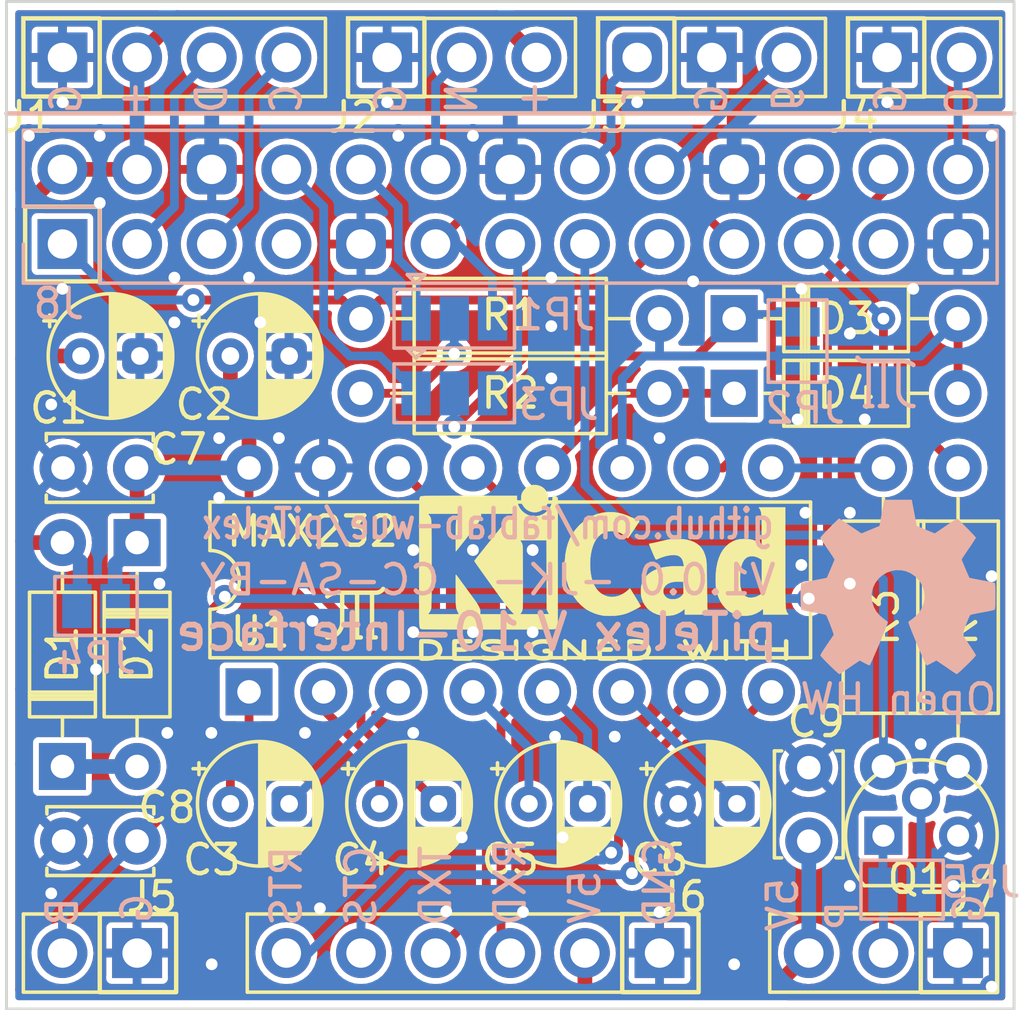
<source format=kicad_pcb>
(kicad_pcb (version 20211014) (generator pcbnew)
  (title_block (title "piTelex V.10-Interface for RPi") (date "2023-02-07") (rev "1.0.0 -JK-") (company "https://github.com/fablab-wue/piTelex") (comment 1 "CC-SA-BY"))
  (layers (0 "F.Cu" signal) (31 "B.Cu" signal) (36 "B.SilkS" user "B.Silkscreen") (37 "F.SilkS" user "F.Silkscreen") (38 "B.Mask" user) (39 "F.Mask" user) (44 "Edge.Cuts" user))
  (net 0 "")
  (net 1 "GND")
  (net 2 "Net-(C3-Pad1)")
  (net 3 "Net-(C3-Pad2)")
  (net 4 "Net-(C4-Pad1)")
  (net 5 "Net-(C5-Pad2)")
  (net 6 "RXD")
  (net 7 "TXD")
  (net 8 "RTS")
  (net 9 "CTS")
  (net 10 "+3.3V")
  (net 11 "+5V")
  (net 12 "X_RXD")
  (net 13 "X_TXD")
  (net 14 "X_CTS")
  (net 15 "X_RTS")
  (net 16 "X_POW")
  (net 17 "Net-(Q1-Pad2)")
  (net 18 "POW")
  (net 19 "BTN")
  (net 20 "/TXD_M")
  (net 21 "/RXD_M")
  (net 22 "/TXD_3")
  (net 23 "/RXD_3")
  (net 24 "/RXD_2")
  (net 25 "/TXD_2")
  (net 26 "/CTS_M")
  (net 27 "SDA")
  (net 28 "SCL")
  (net 29 "NEO")
  (net 30 "LED_R")
  (net 31 "LED_G")
  (net 32 "OFF")
  (net 33 "Net-(C5-Pad1)")
  (net 34 "Net-(C6-Pad2)")
  (net 35 "Net-(D1-Pad1)")
  (net 38 "/VCC_M")
  (footprint "Resistor_THT:R_Axial_DIN0207_L6.3mm_D2.5mm_P10.16mm_Horizontal" (layer "F.Cu") (at 94.92 79.68)
    (fp_text reference "R2" (at 5.08 0) (layer "F.SilkS"))
    (fp_text value "3k3")
    (pad "1" thru_hole circle (at 0 0) (size 1.6 1.6) (drill 0.8) (layers *.Cu *.Mask) (net 6 "RXD"))
    (pad "2" thru_hole oval (at 10.16 0) (size 1.6 1.6) (drill 0.8) (layers *.Cu *.Mask) (net 21 "/RXD_M"))
  )
  (footprint "Capacitor_THT:C_Disc_D3.4mm_W2.1mm_P2.50mm" (layer "F.Cu") (at 87.3 94.92 180)
    (fp_text reference "C8" (at -1.016 1.143) (layer "F.SilkS"))
    (fp_text value "100n")
    (pad "1" thru_hole circle (at 0 0 180) (size 1.6 1.6) (drill 0.8) (layers *.Cu *.Mask) (net 19 "BTN"))
    (pad "2" thru_hole circle (at 2.5 0 180) (size 1.6 1.6) (drill 0.8) (layers *.Cu *.Mask) (net 1 "GND"))
  )
  (footprint "Diode_THT:D_DO-35_SOD27_P7.62mm_Horizontal" (layer "F.Cu") (at 107.62 79.68)
    (fp_text reference "D4" (at 3.81 0) (layer "F.SilkS"))
    (fp_text value "1N4148")
    (pad "1" thru_hole rect (at 0 0) (size 1.6 1.6) (drill 0.8) (layers *.Cu *.Mask) (net 21 "/RXD_M"))
    (pad "2" thru_hole oval (at 7.62 0) (size 1.6 1.6) (drill 0.8) (layers *.Cu *.Mask) (net 20 "/TXD_M"))
  )
  (footprint "Capacitor_THT:C_Disc_D3.4mm_W2.1mm_P2.50mm" (layer "F.Cu") (at 87.28 82.22 180)
    (fp_text reference "C7" (at -1.417 0.635) (layer "F.SilkS"))
    (fp_text value "100n")
    (pad "1" thru_hole circle (at 0 0 180) (size 1.6 1.6) (drill 0.8) (layers *.Cu *.Mask) (net 38 "/VCC_M"))
    (pad "2" thru_hole circle (at 2.5 0 180) (size 1.6 1.6) (drill 0.8) (layers *.Cu *.Mask) (net 1 "GND"))
  )
  (footprint "Resistor_THT:R_Axial_DIN0207_L6.3mm_D2.5mm_P10.16mm_Horizontal" (layer "F.Cu") (at 94.92 77.14)
    (fp_text reference "R1" (at 5.08 -0.127) (layer "F.SilkS"))
    (fp_text value "3k3")
    (pad "1" thru_hole circle (at 0 0) (size 1.6 1.6) (drill 0.8) (layers *.Cu *.Mask) (net 10 "+3.3V"))
    (pad "2" thru_hole oval (at 10.16 0) (size 1.6 1.6) (drill 0.8) (layers *.Cu *.Mask) (net 20 "/TXD_M"))
  )
  (footprint "Connector_PinHeader_2.54mm:PinHeader_1x03_P2.54mm_Vertical" (layer "F.Cu") (at 95.809 68.25 90)
    (fp_text reference "J2" (at -2.032 -1.143 180) (layer "F.SilkS"))
    (fp_text value "Conn_01x03_Male" hide)
    (pad "1" thru_hole rect (at 0 0 90) (size 1.7 1.7) (drill 1) (layers *.Cu *.Mask) (net 1 "GND"))
    (pad "2" thru_hole oval (at 0 2.54 90) (size 1.7 1.7) (drill 1) (layers *.Cu *.Mask) (net 29 "NEO"))
    (pad "3" thru_hole oval (at 0 5.08 90) (size 1.7 1.7) (drill 1) (layers *.Cu *.Mask) (net 11 "+5V"))
  )
  (footprint "Capacitor_THT:CP_Radial_D4.0mm_P2.00mm" (layer "F.Cu") (at 105.715 93.65)
    (fp_text reference "C6" (at -0.635 1.905) (layer "F.SilkS"))
    (fp_text value "1u")
    (pad "1" thru_hole circle (at 0 0) (size 1.2 1.2) (drill 0.6) (layers *.Cu *.Mask) (net 1 "GND"))
    (pad "2" thru_hole roundrect (at 2 0) (size 1.2 1.2) (drill 0.6) (layers *.Cu *.Mask) (net 34 "Net-(C6-Pad2)"))
  )
  (footprint "Resistor_THT:R_Axial_DIN0207_L6.3mm_D2.5mm_P10.16mm_Horizontal" (layer "F.Cu") (at 115.24 82.22 -90)
    (fp_text reference "R4" (at 5.08 -0.127 90) (layer "F.SilkS"))
    (fp_text value "3k3")
    (pad "1" thru_hole circle (at 0 0 270) (size 1.6 1.6) (drill 0.8) (layers *.Cu *.Mask) (net 18 "POW"))
    (pad "2" thru_hole oval (at 10.16 0 270) (size 1.6 1.6) (drill 0.8) (layers *.Cu *.Mask) (net 17 "Net-(Q1-Pad2)"))
  )
  (footprint "Capacitor_THT:CP_Radial_D4.0mm_P2.00mm" (layer "F.Cu") (at 95.555 93.65)
    (fp_text reference "C4" (at -0.635 1.905) (layer "F.SilkS"))
    (fp_text value "1u")
    (pad "1" thru_hole circle (at 0 0) (size 1.2 1.2) (drill 0.6) (layers *.Cu *.Mask) (net 4 "Net-(C4-Pad1)"))
    (pad "2" thru_hole roundrect (at 2 0) (size 1.2 1.2) (drill 0.6) (layers *.Cu *.Mask) (net 38 "/VCC_M"))
  )
  (footprint "Symbol:KiCad-Logo2_5mm_SilkScreen" (layer "F.Cu") (at 103.175 85.776)
    (fp_text reference "REF**" hide)
    (fp_text value "KiCad-Logo2_5mm_SilkScreen" hide)
  )
  (footprint "Connector_PinHeader_2.54mm:PinHeader_1x03_P2.54mm_Vertical" (layer "F.Cu") (at 104.318 68.25 90)
    (fp_text reference "J3" (at -2.032 -1.143 180) (layer "F.SilkS"))
    (fp_text value "Conn_01x03_Male" hide)
    (pad "1" thru_hole roundrect (at 0 0 90) (size 1.7 1.7) (drill 1) (layers *.Cu *.Mask) (net 30 "LED_R"))
    (pad "2" thru_hole rect (at 0 2.54 90) (size 1.7 1.7) (drill 1) (layers *.Cu *.Mask) (net 1 "GND"))
    (pad "3" thru_hole oval (at 0 5.08 90) (size 1.7 1.7) (drill 1) (layers *.Cu *.Mask) (net 31 "LED_G"))
  )
  (footprint "Package_TO_SOT_THT:TO-92L" (layer "F.Cu") (at 112.7 94.735)
    (fp_text reference "Q1" (at 1.143 1.455) (layer "F.SilkS"))
    (fp_text value "Q_NPN_CBE" hide)
    (pad "1" thru_hole rect (at 0 0) (size 1.3 1.3) (drill 0.75) (layers *.Cu *.Mask) (net 16 "X_POW"))
    (pad "2" thru_hole circle (at 1.28 -1.27) (size 1.3 1.3) (drill 0.75) (layers *.Cu *.Mask) (net 17 "Net-(Q1-Pad2)"))
    (pad "3" thru_hole circle (at 2.54 0) (size 1.3 1.3) (drill 0.75) (layers *.Cu *.Mask) (net 1 "GND"))
  )
  (footprint "Connector_PinHeader_2.54mm:PinHeader_1x03_P2.54mm_Vertical" (layer "F.Cu") (at 115.24 98.73 -90)
    (fp_text reference "J7" (at -1.905 -0.508) (layer "F.SilkS"))
    (fp_text value "Conn_01x03_Male" hide)
    (pad "1" thru_hole rect (at 0 0 270) (size 1.7 1.7) (drill 1) (layers *.Cu *.Mask) (net 1 "GND"))
    (pad "2" thru_hole oval (at 0 2.54 270) (size 1.7 1.7) (drill 1) (layers *.Cu *.Mask) (net 16 "X_POW"))
    (pad "3" thru_hole oval (at 0 5.08 270) (size 1.7 1.7) (drill 1) (layers *.Cu *.Mask) (net 11 "+5V"))
  )
  (footprint "Connector_PinHeader_2.54mm:PinHeader_1x04_P2.54mm_Vertical" (layer "F.Cu") (at 84.76 68.25 90)
    (fp_text reference "J1" (at -2.032 -1.143 180) (layer "F.SilkS"))
    (fp_text value "Conn_01x04_Male" hide)
    (pad "1" thru_hole rect (at 0 0 90) (size 1.7 1.7) (drill 1) (layers *.Cu *.Mask) (net 1 "GND"))
    (pad "2" thru_hole oval (at 0 2.54 90) (size 1.7 1.7) (drill 1) (layers *.Cu *.Mask) (net 11 "+5V"))
    (pad "3" thru_hole oval (at 0 5.08 90) (size 1.7 1.7) (drill 1) (layers *.Cu *.Mask) (net 27 "SDA"))
    (pad "4" thru_hole oval (at 0 7.62 90) (size 1.7 1.7) (drill 1) (layers *.Cu *.Mask) (net 28 "SCL"))
  )
  (footprint "Connector_PinHeader_2.54mm:PinHeader_1x02_P2.54mm_Vertical" (layer "F.Cu") (at 87.3 98.73 -90)
    (fp_text reference "J5" (at -1.905 -0.508) (layer "F.SilkS"))
    (fp_text value "Conn_01x02_Male" hide)
    (pad "1" thru_hole rect (at 0 0 270) (size 1.7 1.7) (drill 1) (layers *.Cu *.Mask) (net 1 "GND"))
    (pad "2" thru_hole oval (at 0 2.54 270) (size 1.7 1.7) (drill 1) (layers *.Cu *.Mask) (net 19 "BTN"))
  )
  (footprint "Capacitor_THT:CP_Radial_D4.0mm_P2.00mm" (layer "F.Cu") (at 85.395 78.41)
    (fp_text reference "C1" (at -0.762 1.778) (layer "F.SilkS"))
    (fp_text value "1u")
    (pad "1" thru_hole circle (at 0 0) (size 1.2 1.2) (drill 0.6) (layers *.Cu *.Mask) (net 11 "+5V"))
    (pad "2" thru_hole roundrect (at 2 0) (size 1.2 1.2) (drill 0.6) (layers *.Cu *.Mask) (net 1 "GND"))
  )
  (footprint "Diode_THT:D_DO-35_SOD27_P7.62mm_Horizontal" (layer "F.Cu") (at 87.3 84.76 -90)
    (fp_text reference "D2" (at 3.81 0 90) (layer "F.SilkS"))
    (fp_text value "1N4148")
    (pad "1" thru_hole rect (at 0 0 270) (size 1.6 1.6) (drill 0.8) (layers *.Cu *.Mask) (net 38 "/VCC_M"))
    (pad "2" thru_hole oval (at 7.62 0 270) (size 1.6 1.6) (drill 0.8) (layers *.Cu *.Mask) (net 35 "Net-(D1-Pad1)"))
  )
  (footprint "Capacitor_THT:CP_Radial_D4.0mm_P2.00mm" (layer "F.Cu") (at 100.635 93.65)
    (fp_text reference "C5" (at -0.635 1.905) (layer "F.SilkS"))
    (fp_text value "1u")
    (pad "1" thru_hole circle (at 0 0) (size 1.2 1.2) (drill 0.6) (layers *.Cu *.Mask) (net 33 "Net-(C5-Pad1)"))
    (pad "2" thru_hole roundrect (at 2 0) (size 1.2 1.2) (drill 0.6) (layers *.Cu *.Mask) (net 5 "Net-(C5-Pad2)"))
  )
  (footprint "Capacitor_THT:CP_Radial_D4.0mm_P2.00mm" (layer "F.Cu") (at 90.475 93.65)
    (fp_text reference "C3" (at -0.635 1.905) (layer "F.SilkS"))
    (fp_text value "1u")
    (pad "1" thru_hole circle (at 0 0) (size 1.2 1.2) (drill 0.6) (layers *.Cu *.Mask) (net 2 "Net-(C3-Pad1)"))
    (pad "2" thru_hole roundrect (at 2 0) (size 1.2 1.2) (drill 0.6) (layers *.Cu *.Mask) (net 3 "Net-(C3-Pad2)"))
  )
  (footprint "Connector_PinHeader_2.54mm:PinHeader_1x02_P2.54mm_Vertical" (layer "F.Cu") (at 112.822 68.25 90)
    (fp_text reference "J4" (at -2.032 -1.138 180) (layer "F.SilkS"))
    (fp_text value "Conn_01x02_Male" hide)
    (pad "1" thru_hole rect (at 0 0 90) (size 1.7 1.7) (drill 1) (layers *.Cu *.Mask) (net 1 "GND"))
    (pad "2" thru_hole oval (at 0 2.54 90) (size 1.7 1.7) (drill 1) (layers *.Cu *.Mask) (net 32 "OFF"))
  )
  (footprint "Capacitor_THT:C_Disc_D3.4mm_W2.1mm_P2.50mm" (layer "F.Cu") (at 110.16 94.92 90)
    (fp_text reference "C9" (at 4.064 0.254 180) (layer "F.SilkS"))
    (fp_text value "100n")
    (pad "1" thru_hole circle (at 0 0 90) (size 1.6 1.6) (drill 0.8) (layers *.Cu *.Mask) (net 11 "+5V"))
    (pad "2" thru_hole circle (at 2.5 0 90) (size 1.6 1.6) (drill 0.8) (layers *.Cu *.Mask) (net 1 "GND"))
  )
  (footprint "Connector_PinHeader_2.54mm:PinHeader_1x06_P2.54mm_Vertical" (layer "F.Cu") (at 105.08 98.73 -90)
    (fp_text reference "J6" (at -1.905 -0.762) (layer "F.SilkS"))
    (fp_text value "Conn_01x06_Male" hide)
    (pad "1" thru_hole rect (at 0 0 270) (size 1.7 1.7) (drill 1) (layers *.Cu *.Mask) (net 1 "GND"))
    (pad "2" thru_hole oval (at 0 2.54 270) (size 1.7 1.7) (drill 1) (layers *.Cu *.Mask) (net 11 "+5V"))
    (pad "3" thru_hole oval (at 0 5.08 270) (size 1.7 1.7) (drill 1) (layers *.Cu *.Mask) (net 12 "X_RXD"))
    (pad "4" thru_hole oval (at 0 7.62 270) (size 1.7 1.7) (drill 1) (layers *.Cu *.Mask) (net 13 "X_TXD"))
    (pad "5" thru_hole oval (at 0 10.16 270) (size 1.7 1.7) (drill 1) (layers *.Cu *.Mask) (net 14 "X_CTS"))
    (pad "6" thru_hole oval (at 0 12.7 270) (size 1.7 1.7) (drill 1) (layers *.Cu *.Mask) (net 15 "X_RTS"))
  )
  (footprint "Diode_THT:D_DO-35_SOD27_P7.62mm_Horizontal" (layer "F.Cu") (at 107.62 77.14)
    (fp_text reference "D3" (at 3.81 0) (layer "F.SilkS"))
    (fp_text value "1N4148")
    (pad "1" thru_hole rect (at 0 0) (size 1.6 1.6) (drill 0.8) (layers *.Cu *.Mask) (net 7 "TXD"))
    (pad "2" thru_hole oval (at 7.62 0) (size 1.6 1.6) (drill 0.8) (layers *.Cu *.Mask) (net 20 "/TXD_M"))
  )
  (footprint "Resistor_THT:R_Axial_DIN0207_L6.3mm_D2.5mm_P10.16mm_Horizontal" (layer "F.Cu") (at 112.7 92.38 90)
    (fp_text reference "R3" (at 5.08 0 90) (layer "F.SilkS"))
    (fp_text value "3k3")
    (pad "1" thru_hole circle (at 0 0 90) (size 1.6 1.6) (drill 0.8) (layers *.Cu *.Mask) (net 9 "CTS"))
    (pad "2" thru_hole oval (at 10.16 0 90) (size 1.6 1.6) (drill 0.8) (layers *.Cu *.Mask) (net 26 "/CTS_M"))
  )
  (footprint "Capacitor_THT:CP_Radial_D4.0mm_P2.00mm" (layer "F.Cu") (at 90.475 78.41)
    (fp_text reference "C2" (at -0.889 1.651) (layer "F.SilkS"))
    (fp_text value "1u")
    (pad "1" thru_hole circle (at 0 0) (size 1.2 1.2) (drill 0.6) (layers *.Cu *.Mask) (net 38 "/VCC_M"))
    (pad "2" thru_hole roundrect (at 2 0) (size 1.2 1.2) (drill 0.6) (layers *.Cu *.Mask) (net 1 "GND"))
  )
  (footprint "Diode_THT:D_DO-35_SOD27_P7.62mm_Horizontal" (layer "F.Cu") (at 84.76 92.38 90)
    (fp_text reference "D1" (at 3.81 0 90) (layer "F.SilkS"))
    (fp_text value "1N4148")
    (pad "1" thru_hole rect (at 0 0 90) (size 1.6 1.6) (drill 0.8) (layers *.Cu *.Mask) (net 35 "Net-(D1-Pad1)"))
    (pad "2" thru_hole oval (at 7.62 0 90) (size 1.6 1.6) (drill 0.8) (layers *.Cu *.Mask) (net 11 "+5V"))
  )
  (footprint "Package_DIP:DIP-16_W7.62mm" (layer "F.Cu") (at 91.11 89.84 90)
    (fp_text reference "U1" (at 2.032 0.381 180) (layer "F.SilkS"))
    (fp_text value "MAX232")
    (pad "1" thru_hole rect (at 0 0 90) (size 1.6 1.6) (drill 0.8) (layers *.Cu *.Mask) (net 2 "Net-(C3-Pad1)"))
    (pad "2" thru_hole oval (at 0 2.54 90) (size 1.6 1.6) (drill 0.8) (layers *.Cu *.Mask) (net 4 "Net-(C4-Pad1)"))
    (pad "3" thru_hole oval (at 0 5.08 90) (size 1.6 1.6) (drill 0.8) (layers *.Cu *.Mask) (net 3 "Net-(C3-Pad2)"))
    (pad "4" thru_hole oval (at 0 7.62 90) (size 1.6 1.6) (drill 0.8) (layers *.Cu *.Mask) (net 33 "Net-(C5-Pad1)"))
    (pad "5" thru_hole oval (at 0 10.16 90) (size 1.6 1.6) (drill 0.8) (layers *.Cu *.Mask) (net 5 "Net-(C5-Pad2)"))
    (pad "6" thru_hole oval (at 0 12.7 90) (size 1.6 1.6) (drill 0.8) (layers *.Cu *.Mask) (net 34 "Net-(C6-Pad2)"))
    (pad "7" thru_hole oval (at 0 15.24 90) (size 1.6 1.6) (drill 0.8) (layers *.Cu *.Mask) (net 15 "X_RTS"))
    (pad "8" thru_hole oval (at 0 17.78 90) (size 1.6 1.6) (drill 0.8) (layers *.Cu *.Mask) (net 14 "X_CTS"))
    (pad "9" thru_hole oval (at 7.62 17.78 90) (size 1.6 1.6) (drill 0.8) (layers *.Cu *.Mask) (net 26 "/CTS_M"))
    (pad "10" thru_hole oval (at 7.62 15.24 90) (size 1.6 1.6) (drill 0.8) (layers *.Cu *.Mask) (net 8 "RTS"))
    (pad "11" thru_hole oval (at 7.62 12.7 90) (size 1.6 1.6) (drill 0.8) (layers *.Cu *.Mask) (net 20 "/TXD_M"))
    (pad "12" thru_hole oval (at 7.62 10.16 90) (size 1.6 1.6) (drill 0.8) (layers *.Cu *.Mask) (net 21 "/RXD_M"))
    (pad "13" thru_hole oval (at 7.62 7.62 90) (size 1.6 1.6) (drill 0.8) (layers *.Cu *.Mask) (net 12 "X_RXD"))
    (pad "14" thru_hole oval (at 7.62 5.08 90) (size 1.6 1.6) (drill 0.8) (layers *.Cu *.Mask) (net 13 "X_TXD"))
    (pad "15" thru_hole oval (at 7.62 2.54 90) (size 1.6 1.6) (drill 0.8) (layers *.Cu *.Mask) (net 1 "GND"))
    (pad "16" thru_hole oval (at 7.62 0 90) (size 1.6 1.6) (drill 0.8) (layers *.Cu *.Mask) (net 38 "/VCC_M"))
  )
  (footprint "Connector_PinSocket_2.54mm:PinSocket_2x13_P2.54mm_Vertical" (layer "B.Cu") (at 84.76 74.6 -90)
    (fp_text reference "J8" (at 2.032 0.127 180) (layer "B.SilkS") (effects (justify mirror)))
    (fp_text value "Conn_02x13_Odd_Even" hide)
    (pad "1" thru_hole rect locked (at 0 0 270) (size 1.7 1.7) (drill 1) (layers *.Cu *.Mask) (net 10 "+3.3V"))
    (pad "2" thru_hole oval locked (at -2.54 0 270) (size 1.7 1.7) (drill 1) (layers *.Cu *.Mask) (net 11 "+5V"))
    (pad "3" thru_hole oval locked (at 0 -2.54 270) (size 1.7 1.7) (drill 1) (layers *.Cu *.Mask) (net 27 "SDA"))
    (pad "4" thru_hole oval locked (at -2.54 -2.54 270) (size 1.7 1.7) (drill 1) (layers *.Cu *.Mask) (net 11 "+5V"))
    (pad "5" thru_hole oval locked (at 0 -5.08 270) (size 1.7 1.7) (drill 1) (layers *.Cu *.Mask) (net 28 "SCL"))
    (pad "6" thru_hole roundrect locked (at -2.54 -5.08 270) (size 1.7 1.7) (drill 1) (layers *.Cu *.Mask) (net 1 "GND"))
    (pad "7" thru_hole oval locked (at 0 -7.62 270) (size 1.7 1.7) (drill 1) (layers *.Cu *.Mask))
    (pad "8" thru_hole oval locked (at -2.54 -7.62 270) (size 1.7 1.7) (drill 1) (layers *.Cu *.Mask) (net 22 "/TXD_3"))
    (pad "9" thru_hole roundrect locked (at 0 -10.16 270) (size 1.7 1.7) (drill 1) (layers *.Cu *.Mask) (net 1 "GND"))
    (pad "10" thru_hole oval locked (at -2.54 -10.16 270) (size 1.7 1.7) (drill 1) (layers *.Cu *.Mask) (net 23 "/RXD_3"))
    (pad "11" thru_hole oval locked (at 0 -12.7 270) (size 1.7 1.7) (drill 1) (layers *.Cu *.Mask) (net 24 "/RXD_2"))
    (pad "12" thru_hole oval locked (at -2.54 -12.7 270) (size 1.7 1.7) (drill 1) (layers *.Cu *.Mask) (net 29 "NEO"))
    (pad "13" thru_hole oval locked (at 0 -15.24 270) (size 1.7 1.7) (drill 1) (layers *.Cu *.Mask) (net 25 "/TXD_2"))
    (pad "14" thru_hole roundrect locked (at -2.54 -15.24 270) (size 1.7 1.7) (drill 1) (layers *.Cu *.Mask) (net 1 "GND"))
    (pad "15" thru_hole oval locked (at 0 -17.78 270) (size 1.7 1.7) (drill 1) (layers *.Cu *.Mask) (net 9 "CTS"))
    (pad "16" thru_hole oval locked (at -2.54 -17.78 270) (size 1.7 1.7) (drill 1) (layers *.Cu *.Mask) (net 30 "LED_R"))
    (pad "17" thru_hole oval locked (at 0 -20.32 270) (size 1.7 1.7) (drill 1) (layers *.Cu *.Mask) (net 10 "+3.3V"))
    (pad "18" thru_hole oval locked (at -2.54 -20.32 270) (size 1.7 1.7) (drill 1) (layers *.Cu *.Mask) (net 31 "LED_G"))
    (pad "19" thru_hole oval locked (at 0 -22.86 270) (size 1.7 1.7) (drill 1) (layers *.Cu *.Mask) (net 24 "/RXD_2"))
    (pad "20" thru_hole roundrect locked (at -2.54 -22.86 270) (size 1.7 1.7) (drill 1) (layers *.Cu *.Mask) (net 1 "GND"))
    (pad "21" thru_hole oval locked (at 0 -25.4 270) (size 1.7 1.7) (drill 1) (layers *.Cu *.Mask) (net 18 "POW"))
    (pad "22" thru_hole oval locked (at -2.54 -25.4 270) (size 1.7 1.7) (drill 1) (layers *.Cu *.Mask) (net 8 "RTS"))
    (pad "23" thru_hole oval locked (at 0 -27.94 270) (size 1.7 1.7) (drill 1) (layers *.Cu *.Mask))
    (pad "24" thru_hole oval locked (at -2.54 -27.94 270) (size 1.7 1.7) (drill 1) (layers *.Cu *.Mask) (net 19 "BTN"))
    (pad "25" thru_hole roundrect locked (at 0 -30.48 270) (size 1.7 1.7) (drill 1) (layers *.Cu *.Mask) (net 1 "GND"))
    (pad "26" thru_hole oval locked (at -2.54 -30.48 270) (size 1.7 1.7) (drill 1) (layers *.Cu *.Mask) (net 32 "OFF"))
  )
  (footprint "Jumper:SolderJumper-3_P1.3mm_Open_Pad1.0x1.5mm" (layer "B.Cu") (at 98.095 79.68)
    (fp_text reference "JP3" (at 3.556 0.381 180) (layer "B.SilkS") (effects (justify mirror)))
    (fp_text value "select TXD")
    (pad "1" smd rect (at -1.3 0) (size 1 1.5) (layers "B.Cu" "B.Mask") (net 22 "/TXD_3"))
    (pad "2" smd rect (at 0 0) (size 1 1.5) (layers "B.Cu" "B.Mask") (net 7 "TXD"))
    (pad "3" smd rect (at 1.3 0) (size 1 1.5) (layers "B.Cu" "B.Mask") (net 25 "/TXD_2"))
  )
  (footprint "Jumper:SolderJumper-3_P1.3mm_Open_Pad1.0x1.5mm" (layer "B.Cu") (at 98.095 77.14)
    (fp_text reference "JP1" (at 3.429 -0.127) (layer "B.SilkS") (effects (justify mirror)))
    (fp_text value "select RXD")
    (pad "1" smd rect (at -1.3 0) (size 1 1.5) (layers "B.Cu" "B.Mask") (net 23 "/RXD_3"))
    (pad "2" smd rect (at 0 0) (size 1 1.5) (layers "B.Cu" "B.Mask") (net 6 "RXD"))
    (pad "3" smd rect (at 1.3 0) (size 1 1.5) (layers "B.Cu" "B.Mask") (net 24 "/RXD_2"))
  )
  (footprint "Jumper:SolderJumper-2_P1.3mm_Open_Pad1.0x1.5mm" (layer "B.Cu") (at 113.335 96.571 180)
    (fp_text reference "JP5" (at -2.667 0.254) (layer "B.SilkS") (effects (justify mirror)))
    (fp_text value "aux input")
    (pad "1" smd rect (at -0.65 0 180) (size 1 1.5) (layers "B.Cu" "B.Mask") (net 17 "Net-(Q1-Pad2)"))
    (pad "2" smd rect (at 0.65 0 180) (size 1 1.5) (layers "B.Cu" "B.Mask") (net 16 "X_POW"))
  )
  (footprint "Jumper:SolderJumper-2_P1.3mm_Open_Pad1.0x1.5mm" (layer "B.Cu") (at 85.903 86.919)
    (fp_text reference "JP4" (at 0 1.778) (layer "B.SilkS") (effects (justify mirror)))
    (fp_text value "no voltage reduction")
    (pad "1" smd rect (at -0.65 0) (size 1 1.5) (layers "B.Cu" "B.Mask") (net 11 "+5V"))
    (pad "2" smd rect (at 0.65 0) (size 1 1.5) (layers "B.Cu" "B.Mask") (net 38 "/VCC_M"))
  )
  (footprint "Symbol:OSHW-Symbol_6.7x6mm_SilkScreen" (layer "B.Cu") (at 113.208 86.284 180)
    (fp_text reference "REF**" hide)
    (fp_text value "OSHW-Symbol_6.7x6mm_SilkScreen" hide)
  )
  (footprint "Jumper:SolderJumper-2_P1.3mm_Open_Pad1.0x1.5mm" (layer "B.Cu") (at 109.779 77.902 -90)
    (fp_text reference "JP2" (at 2.286 -0.254 180) (layer "B.SilkS") (effects (justify mirror)))
    (fp_text value "no wired or")
    (pad "1" smd rect (at -0.65 0 270) (size 1 1.5) (layers "B.Cu" "B.Mask") (net 7 "TXD"))
    (pad "2" smd rect (at 0.65 0 270) (size 1 1.5) (layers "B.Cu" "B.Mask") (net 20 "/TXD_M"))
  )
  (gr_arc (start 113.340029 78.590443) (mid 113.541367 78.621428) (end 113.721029 78.717443) (layer "B.SilkS") (width 0.15))
  (gr_line (start 112.705029 80.114443) (end 112.705029 78.590443) (layer "B.SilkS") (width 0.15))
  (gr_line (start 112.070029 78.590443) (end 113.340029 78.590443) (layer "B.SilkS") (width 0.15))
  (gr_arc (start 113.721029 80.114443) (mid 113.361819 79.965653) (end 113.213029 79.606443) (layer "B.SilkS") (width 0.15))
  (gr_arc (start 112.070029 78.590443) (mid 111.927489 78.558022) (end 111.816029 78.463443) (layer "B.SilkS") (width 0.15))
  (gr_line (start 112.197029 80.114443) (end 112.197029 78.590443) (layer "B.SilkS") (width 0.15))
  (gr_line (start 112.578029 80.114443) (end 112.832029 80.114443) (layer "B.SilkS") (width 0.15))
  (gr_line (start 112.070029 80.114443) (end 112.324029 80.114443) (layer "B.SilkS") (width 0.15))
  (gr_line (start 82.855 70.155) (end 117.145 70.155) (layer "B.SilkS") (width 0.15))
  (gr_line (start 113.213029 78.590443) (end 113.213029 79.606443) (layer "B.SilkS") (width 0.15))
  (gr_arc (start 93.771971 86.591442) (mid 93.951633 86.495427) (end 94.152971 86.464442) (layer "F.SilkS") (width 0.15))
  (gr_line (start 82.855 70.155) (end 117.145 70.155) (layer "F.SilkS") (width 0.15))
  (gr_line (start 95.295971 86.464442) (end 95.295971 87.988442) (layer "F.SilkS") (width 0.15))
  (gr_rect (start 103.81 100.06) (end 106.41 97.4) (layer "F.SilkS") (width 0.15) (fill none))
  (gr_arc (start 94.279971 87.480442) (mid 94.131181 87.839652) (end 93.771971 87.988442) (layer "F.SilkS") (width 0.15))
  (gr_line (start 95.168971 87.988442) (end 95.422971 87.988442) (layer "F.SilkS") (width 0.15))
  (gr_rect (start 105.588 66.92) (end 102.988 69.58) (layer "F.SilkS") (width 0.15) (fill none))
  (gr_rect (start 86.03 66.92) (end 83.43 69.58) (layer "F.SilkS") (width 0.15) (fill none))
  (gr_line (start 94.660971 87.988442) (end 94.914971 87.988442) (layer "F.SilkS") (width 0.15))
  (gr_rect (start 97.079 66.92) (end 94.479 69.58) (layer "F.SilkS") (width 0.15) (fill none))
  (gr_rect (start 114.092 66.92) (end 111.492 69.58) (layer "F.SilkS") (width 0.15) (fill none))
  (gr_rect (start 83.49 73.33) (end 86.03 75.87) (layer "F.SilkS") (width 0.15) (fill none))
  (gr_rect (start 113.97 100.06) (end 116.57 97.4) (layer "F.SilkS") (width 0.15) (fill none))
  (gr_line (start 94.787971 86.464442) (end 94.787971 87.988442) (layer "F.SilkS") (width 0.15))
  (gr_line (start 94.279971 87.480442) (end 94.279971 86.464442) (layer "F.SilkS") (width 0.15))
  (gr_line (start 94.152971 86.464442) (end 95.422971 86.464442) (layer "F.SilkS") (width 0.15))
  (gr_arc (start 95.676971 86.337442) (mid 95.565511 86.432021) (end 95.422971 86.464442) (layer "F.SilkS") (width 0.15))
  (gr_rect (start 86.03 100.06) (end 88.63 97.4) (layer "F.SilkS") (width 0.15) (fill none))
  (gr_rect (start 82.855 66.345) (end 117.145 100.635) (layer "Edge.Cuts") (width 0.1) (fill none))
  (gr_text "github.com/fablab-wue/piTelex" (at 99.238 84.125) (layer "B.SilkS") (effects (font (size 1 0.8)) (justify mirror)))
  (gr_text "RXD" (at 100 96.317 90) (layer "B.SilkS") (effects (font (size 1 1)) (justify mirror)))
  (gr_text "G" (at 112.954 69.647 90) (layer "B.SilkS") (effects (font (size 1 1)) (justify mirror)))
  (gr_text "+" (at 100.762 69.647 90) (layer "B.SilkS") (effects (font (size 1 1)) (justify mirror)))
  (gr_text "G" (at 115.621 97.206 90) (layer "B.SilkS") (effects (font (size 1 1)) (justify mirror)))
  (gr_text "5V" (at 102.54 96.825 90) (layer "B.SilkS") (effects (font (size 1 1)) (justify mirror)))
  (gr_text "CC-SA-BY" (at 93.523 86.03) (layer "B.SilkS") (effects (font (size 1 1)) (justify mirror)))
  (gr_text "GND" (at 105.08 96.317 90) (layer "B.SilkS") (effects (font (size 1 1)) (justify mirror)))
  (gr_text "G" (at 87.3 97.206 90) (layer "B.SilkS") (effects (font (size 1 1)) (justify mirror)))
  (gr_text "V1.0.0 -JK-" (at 104.191 86.03) (layer "B.SilkS") (effects (font (size 1 1)) (justify mirror)))
  (gr_text "G" (at 106.858 69.647 90) (layer "B.SilkS") (effects (font (size 1 1)) (justify mirror)))
  (gr_text "CTS" (at 94.92 96.444 90) (layer "B.SilkS") (effects (font (size 1 1)) (justify mirror)))
  (gr_text "G" (at 95.936 69.647 90) (layer "B.SilkS") (effects (font (size 1 1)) (justify mirror)))
  (gr_text "P" (at 111.303 97.46 90) (layer "B.SilkS") (effects (font (size 1 1)) (justify mirror)))
  (gr_text "O" (at 115.367 69.774 90) (layer "B.SilkS") (effects (font (size 1 1)) (justify mirror)))
  (gr_text "+" (at 87.173 69.647 90) (layer "B.SilkS") (effects (font (size 1 1)) (justify mirror)))
  (gr_text "C" (at 92.38 69.647 90) (layer "B.SilkS") (effects (font (size 1 1)) (justify mirror)))
  (gr_text "Open HW" (at 113.208 90.094) (layer "B.SilkS") (effects (font (size 1 1)) (justify mirror)))
  (gr_text "B" (at 84.76 97.333 90) (layer "B.SilkS") (effects (font (size 1 1)) (justify mirror)))
  (gr_text "g" (at 109.144 69.647 90) (layer "B.SilkS") (effects (font (size 1 1)) (justify mirror)))
  (gr_text "piTelex V.10-Interface" (at 98.857 87.808) (layer "B.SilkS") (effects (font (size 1.2 1.2) (thickness 0.2)) (justify mirror)))
  (gr_text "RTS" (at 92.38 96.444 90) (layer "B.SilkS") (effects (font (size 1 1)) (justify mirror)))
  (gr_text "5V" (at 109.271 97.079 90) (layer "B.SilkS") (effects (font (size 1 1)) (justify mirror)))
  (gr_text "D" (at 89.84 69.647 90) (layer "B.SilkS") (effects (font (size 1 1)) (justify mirror)))
  (gr_text "TXD" (at 97.46 96.444 90) (layer "B.SilkS") (effects (font (size 1 1)) (justify mirror)))
  (gr_text "r" (at 104.064 69.52 90) (layer "B.SilkS") (effects (font (size 1 1)) (justify mirror)))
  (gr_text "G" (at 84.887 69.647 90) (layer "B.SilkS") (effects (font (size 1 1)) (justify mirror)))
  (gr_text "N" (at 98.349 69.647 90) (layer "B.SilkS") (effects (font (size 1 1)) (justify mirror)))
  (gr_text "MAX232" (at 93.269 84.379) (layer "F.SilkS") (effects (font (size 1 1))))
  (segment (start 87.3 98.725) (end 87.295 98.73) (width 0.3) (layer "F.Cu") (net 1))
  (segment (start 89.84 69.647) (end 89.84 72.06) (width 0.5) (layer "F.Cu") (net 1))
  (segment (start 100 72.06) (end 100 69.52) (width 0.5) (layer "F.Cu") (net 1))
  (segment (start 107.62 72.06) (end 107.62 69.647) (width 0.5) (layer "F.Cu") (net 1))
  (via (at 106.223 75.87) (size 0.8) (drill 0.4) (layers "F.Cu" "B.Cu") (net 1))
  (via (at 100.4345 97.333) (size 0.8) (drill 0.4) (layers "F.Cu" "B.Cu") (net 1))
  (via (at 111.557 96.444) (size 0.8) (drill 0.4) (layers "F.Cu" "B.Cu") (net 1))
  (via (at 93.015 91.237) (size 0.8) (drill 0.4) (layers "F.Cu" "B.Cu") (net 1))
  (via (at 90.094 83.236) (size 0.8) (drill 0.4) (layers "F.Cu" "B.Cu") (net 1))
  (via (at 86.03 70.917) (size 0.8) (drill 0.4) (layers "F.Cu" "B.Cu") (net 1))
  (via (at 98.349 94.793) (size 0.8) (drill 0.4) (layers "F.Cu" "B.Cu") (net 1))
  (via (at 88.062 86.159502) (size 0.8) (drill 0.4) (layers "F.Cu" "B.Cu") (net 1))
  (via (at 109.906 76.124) (size 0.8) (drill 0.4) (layers "F.Cu" "B.Cu") (net 1))
  (via (at 98.73 87.808) (size 0.8) (drill 0.4) (layers "F.Cu" "B.Cu") (net 1))
  (via (at 111.557 86.157) (size 0.8) (drill 0.4) (layers "F.Cu" "B.Cu") (net 1))
  (via (at 93.269 87.427) (size 0.8) (drill 0.4) (layers "F.Cu" "B.Cu") (net 1))
  (via (at 84.76 76.124) (size 0.8) (drill 0.4) (layers "F.Cu" "B.Cu") (net 1))
  (via (at 105.08 81.204) (size 0.8) (drill 0.4) (layers "F.Cu" "B.Cu") (net 1))
  (via (at 109.906 85.522) (size 0.8) (drill 0.4) (layers "F.Cu" "B.Cu") (net 1))
  (via (at 101.397 77.394) (size 0.8) (drill 0.4) (layers "F.Cu" "B.Cu") (net 1))
  (via (at 105.08 97.333) (size 0.8) (drill 0.4) (layers "F.Cu" "B.Cu") (net 1))
  (via (at 89.8275 91.237) (size 0.8) (drill 0.4) (layers "F.Cu" "B.Cu") (net 1))
  (via (at 116.383 99.873) (size 0.8) (drill 0.4) (layers "F.Cu" "B.Cu") (net 1))
  (via (at 98.73 85.014) (size 0.8) (drill 0.4) (layers "F.Cu" "B.Cu") (net 1))
  (via (at 101.397 79.172) (size 0.8) (drill 0.4) (layers "F.Cu" "B.Cu") (net 1))
  (via (at 112.827 69.774) (size 0.8) (drill 0.4) (layers "F.Cu" "B.Cu") (net 1))
  (via (at 84.76 69.774) (size 0.8) (drill 0.4) (layers "F.Cu" "B.Cu") (net 1))
  (via (at 100.762 85.014) (size 0.8) (drill 0.4) (layers "F.Cu" "B.Cu") (net 1))
  (via (at 85.903 89.078) (size 0.8) (drill 0.4) (layers "F.Cu" "B.Cu") (net 1))
  (via (at 88.57 77.267) (size 0.8) (drill 0.4) (layers "F.Cu" "B.Cu") (net 1))
  (via (at 96.19 70.917) (size 0.8) (drill 0.4) (layers "F.Cu" "B.Cu") (net 1))
  (via (at 101.524 91.364) (size 0.8) (drill 0.4) (layers "F.Cu" "B.Cu") (net 1))
  (via (at 90.094 81.204) (size 0.8) (drill 0.4) (layers "F.Cu" "B.Cu") (net 1))
  (via (at 112.065 80.569) (size 0.8) (drill 0.4) (layers "F.Cu" "B.Cu") (net 1))
  (via (at 89.84 99.111) (size 0.8) (drill 0.4) (layers "F.Cu" "B.Cu") (net 1))
  (via (at 98.73 70.917) (size 0.8) (drill 0.4) (layers "F.Cu" "B.Cu") (net 1))
  (via (at 88.57 75.743) (size 0.8) (drill 0.4) (layers "F.Cu" "B.Cu") (net 1))
  (via (at 111.557 77.648) (size 0.8) (drill 0.4) (layers "F.Cu" "B.Cu") (net 1))
  (via (at 86.03 73.203) (size 0.8) (drill 0.4) (layers "F.Cu" "B.Cu") (net 1))
  (via (at 93.523 97.206) (size 0.8) (drill 0.4) (layers "F.Cu" "B.Cu") (net 1))
  (via (at 97.819931 97.310114) (size 0.8) (drill 0.4) (layers "F.Cu" "B.Cu") (net 1))
  (via (at 88.3285 91.237) (size 0.8) (drill 0.4) (layers "F.Cu" "B.Cu") (net 1))
  (via (at 83.617 70.917) (size 0.8) (drill 0.4) (layers "F.Cu" "B.Cu") (net 1))
  (via (at 91.11 75.743) (size 0.8) (drill 0.4) (layers "F.Cu" "B.Cu") (net 1))
  (via (at 96.698 85.014) (size 0.8) (drill 0.4) (layers "F.Cu" "B.Cu") (net 1))
  (via (at 103.556 91.364) (size 0.8) (drill 0.4) (layers "F.Cu" "B.Cu") (net 1))
  (via (at 116.383 70.917) (size 0.8) (drill 0.4) (layers "F.Cu" "B.Cu") (net 1))
  (via (at 109.779 80.569) (size 0.8) (drill 0.4) (layers "F.Cu" "B.Cu") (net 1))
  (via (at 113.716 76.124) (size 0.8) (drill 0.4) (layers "F.Cu" "B.Cu") (net 1))
  (via (at 96.698 91.237) (size 0.8) (drill 0.4) (layers "F.Cu" "B.Cu") (net 1))
  (via (at 101.397 75.743) (size 0.8) (drill 0.4) (layers "F.Cu" "B.Cu") (net 1))
  (via (at 84.379 80.061) (size 0.8) (drill 0.4) (layers "F.Cu" "B.Cu") (net 1))
  (via (at 107.62 99.111) (size 0.8) (drill 0.4) (layers "F.Cu" "B.Cu") (net 1))
  (via (at 113.97 91.618) (size 0.8) (drill 0.4) (layers "F.Cu" "B.Cu") (net 1))
  (via (at 92.126 81.204) (size 0.8) (drill 0.4) (layers "F.Cu" "B.Cu") (net 1))
  (via (at 100.762 87.808) (size 0.8) (drill 0.4) (layers "F.Cu" "B.Cu") (net 1))
  (via (at 116.383 85.903) (size 0.8) (drill 0.4) (layers "F.Cu" "B.Cu") (net 1))
  (via (at 84.379 96.698) (size 0.8) (drill 0.4) (layers "F.Cu" "B.Cu") (net 1))
  (via (at 111.557 83.744) (size 0.8) (drill 0.4) (layers "F.Cu" "B.Cu") (net 1))
  (via (at 95.809 69.774) (size 0.8) (drill 0.4) (layers "F.Cu" "B.Cu") (net 1))
  (via (at 104.318 69.774) (size 0.8) (drill 0.4) (layers "F.Cu" "B.Cu") (net 1))
  (via (at 96.698 87.808) (size 0.8) (drill 0.4) (layers "F.Cu" "B.Cu") (net 1))
  (via (at 110.0455 83.744) (size 0.8) (drill 0.4) (layers "F.Cu" "B.Cu") (net 1))
  (via (at 101.778 94.793) (size 0.8) (drill 0.4) (layers "F.Cu" "B.Cu") (net 1))
  (via (at 115.084502 96.444) (size 0.8) (drill 0.4) (layers "F.Cu" "B.Cu") (net 1))
  (via (at 91.491 77.267) (size 0.8) (drill 0.4) (layers "F.Cu" "B.Cu") (net 1))
  (segment (start 107.62 72.06) (end 107.62 70.663) (width 0.5) (layer "B.Cu") (net 1))
  (segment (start 100 72.06) (end 100 69.52) (width 0.5) (layer "B.Cu") (net 1))
  (segment (start 108.382 69.901) (end 108.763 69.901) (width 0.5) (layer "B.Cu") (net 1))
  (segment (start 89.84 72.06) (end 89.84 69.774) (width 0.5) (layer "B.Cu") (net 1))
  (segment (start 107.62 70.663) (end 108.382 69.901) (width 0.5) (layer "B.Cu") (net 1))
  (segment (start 91.11 89.84) (end 91.11 91.5545) (width 0.3) (layer "F.Cu") (net 2))
  (segment (start 90.475 92.1895) (end 90.475 93.65) (width 0.3) (layer "F.Cu") (net 2))
  (segment (start 91.11 91.5545) (end 90.475 92.1895) (width 0.3) (layer "F.Cu") (net 2))
  (segment (start 96.19 89.935) (end 96.19 89.84) (width 0.3) (layer "B.Cu") (net 3))
  (segment (start 92.475 93.65) (end 96.19 89.935) (width 0.3) (layer "B.Cu") (net 3))
  (segment (start 95.555 92.357106) (end 95.555 93.65) (width 0.3) (layer "F.Cu") (net 4))
  (segment (start 93.65 90.452106) (end 95.555 92.357106) (width 0.3) (layer "F.Cu") (net 4))
  (segment (start 93.65 89.84) (end 93.65 90.452106) (width 0.3) (layer "F.Cu") (net 4))
  (segment (start 102.635 91.205) (end 101.27 89.84) (width 0.3) (layer "B.Cu") (net 5))
  (segment (start 102.635 93.65) (end 102.635 91.205) (width 0.3) (layer "B.Cu") (net 5))
  (segment (start 98.095 78.330498) (end 96.745498 79.68) (width 0.3) (layer "F.Cu") (net 6))
  (segment (start 96.745498 79.68) (end 94.92 79.68) (width 0.3) (layer "F.Cu") (net 6))
  (via (at 98.095 78.330498) (size 0.8) (drill 0.4) (layers "F.Cu" "B.Cu") (net 6))
  (segment (start 98.095 77.14) (end 98.095 78.330498) (width 0.3) (layer "B.Cu") (net 6))
  (segment (start 106.35 78.41) (end 107.62 77.14) (width 0.3) (layer "F.Cu") (net 7))
  (segment (start 100.508 78.41) (end 106.35 78.41) (width 0.3) (layer "F.Cu") (net 7))
  (segment (start 98.095 80.823) (end 100.508 78.41) (width 0.3) (layer "F.Cu") (net 7))
  (via (at 98.095 80.823) (size 0.8) (drill 0.4) (layers "F.Cu" "B.Cu") (net 7))
  (segment (start 98.095 79.68) (end 98.095 80.823) (width 0.3) (layer "B.Cu") (net 7))
  (segment (start 107.762 76.998) (end 107.62 77.14) (width 0.3) (layer "B.Cu") (net 7))
  (segment (start 110.16 76.998) (end 107.762 76.998) (width 0.3) (layer "B.Cu") (net 7))
  (segment (start 110.16 72.06) (end 110.16 72.822) (width 0.3) (layer "F.Cu") (net 8))
  (segment (start 107.239 82.22) (end 106.35 82.22) (width 0.3) (layer "F.Cu") (net 8))
  (segment (start 108.89 74.092) (end 108.89 80.569) (width 0.3) (layer "F.Cu") (net 8))
  (segment (start 108.89 80.569) (end 107.239 82.22) (width 0.3) (layer "F.Cu") (net 8))
  (segment (start 110.16 72.822) (end 108.89 74.092) (width 0.3) (layer "F.Cu") (net 8))
  (segment (start 111.176 84.506) (end 112.7 86.03) (width 0.3) (layer "B.Cu") (net 9))
  (segment (start 112.7 86.03) (end 112.7 92.38) (width 0.3) (layer "B.Cu") (net 9))
  (segment (start 102.54 74.6) (end 102.54 82.7915) (width 0.3) (layer "B.Cu") (net 9))
  (segment (start 104.2545 84.506) (end 111.176 84.506) (width 0.3) (layer "B.Cu") (net 9))
  (segment (start 102.54 82.7915) (end 104.2545 84.506) (width 0.3) (layer "B.Cu") (net 9))
  (segment (start 103.175 76.505) (end 105.08 74.6) (width 0.3) (layer "F.Cu") (net 10))
  (segment (start 94.285 76.505) (end 94.92 77.14) (width 0.3) (layer "F.Cu") (net 10))
  (segment (start 89.216809 76.505) (end 94.285 76.505) (width 0.3) (layer "F.Cu") (net 10))
  (segment (start 94.92 77.14) (end 95.555 76.505) (width 0.3) (layer "F.Cu") (net 10))
  (segment (start 95.555 76.505) (end 103.175 76.505) (width 0.3) (layer "F.Cu") (net 10))
  (via (at 89.216809 76.505) (size 0.8) (drill 0.4) (layers "F.Cu" "B.Cu") (net 10))
  (segment (start 89.216809 76.505) (end 86.665 76.505) (width 0.3) (layer "B.Cu") (net 10))
  (segment (start 86.665 76.505) (end 84.76 74.6) (width 0.3) (layer "B.Cu") (net 10))
  (segment (start 88.655 66.895) (end 99.534 66.895) (width 0.5) (layer "F.Cu") (net 11))
  (segment (start 99.534 66.895) (end 100.889 68.25) (width 0.5) (layer "F.Cu") (net 11))
  (segment (start 83.405 92.295) (end 83.405 99.98) (width 0.5) (layer "F.Cu") (net 11))
  (segment (start 102.57 100.03) (end 102.54 100) (width 0.5) (layer "F.Cu") (net 11))
  (segment (start 83.405 78.495) (end 83.405 84.718) (width 0.5) (layer "F.Cu") (net 11))
  (segment (start 108.86 100.03) (end 110.16 98.73) (width 0.5) (layer "F.Cu") (net 11))
  (segment (start 102.54 100) (end 102.54 98.73) (width 0.5) (layer "F.Cu") (net 11))
  (segment (start 83.405 84.718) (end 83.405 89.755) (width 0.5) (layer "F.Cu") (net 11))
  (segment (start 84.76 72.06) (end 87.3 72.06) (width 0.5) (layer "F.Cu") (net 11))
  (segment (start 94.89 100.03) (end 102.57 100.03) (width 0.5) (layer "F.Cu") (net 11))
  (segment (start 83.405 89.755) (end 83.405 92.295) (width 0.5) (layer "F.Cu") (net 11))
  (segment (start 83.455 100.03) (end 94.89 100.03) (width 0.5) (layer "F.Cu") (net 11))
  (segment (start 102.57 100.03) (end 108.86 100.03) (width 0.5) (layer "F.Cu") (net 11))
  (segment (start 83.405 99.98) (end 83.455 100.03) (width 0.5) (layer "F.Cu") (net 11))
  (segment (start 83.405 73.415) (end 83.405 78.495) (width 0.5) (layer "F.Cu") (net 11))
  (segment (start 85.395 78.41) (end 83.49 78.41) (width 0.5) (layer "F.Cu") (net 11))
  (segment (start 83.49 78.41) (end 83.405 78.495) (width 0.3) (layer "F.Cu") (net 11))
  (segment (start 84.76 72.06) (end 83.405 73.415) (width 0.5) (layer "F.Cu") (net 11))
  (segment (start 87.3 68.25) (end 88.655 66.895) (width 0.5) (layer "F.Cu") (net 11))
  (segment (start 83.447 84.76) (end 83.405 84.718) (width 0.3) (layer "F.Cu") (net 11))
  (segment (start 84.76 84.76) (end 83.447 84.76) (width 0.5) (layer "F.Cu") (net 11))
  (segment (start 87.3 72.06) (end 87.3 68.25) (width 0.5) (layer "B.Cu") (net 11))
  (segment (start 110.16 98.73) (end 110.16 94.92) (width 0.5) (layer "B.Cu") (net 11))
  (segment (start 85.365 85.395) (end 85.365 86.695) (width 0.5) (layer "B.Cu") (net 11))
  (segment (start 98.73 82.22) (end 100 83.49) (width 0.3) (layer "F.Cu") (net 12))
  (segment (start 99.685 90.663) (end 99.685 98.415) (width 0.3) (layer "F.Cu") (net 12))
  (segment (start 99.685 98.415) (end 100 98.73) (width 0.3) (layer "F.Cu") (net 12))
  (segment (start 100 90.348) (end 99.685 90.663) (width 0.3) (layer "F.Cu") (net 12))
  (segment (start 100 83.49) (end 100 90.348) (width 0.3) (layer "F.Cu") (net 12))
  (segment (start 96.19 82.22) (end 97.46 83.49) (width 0.3) (layer "F.Cu") (net 13))
  (segment (start 99.185 97.005) (end 97.46 98.73) (width 0.3) (layer "F.Cu") (net 13))
  (segment (start 97.46 90.475) (end 99.185 92.2) (width 0.3) (layer "F.Cu") (net 13))
  (segment (start 97.46 83.49) (end 97.46 90.475) (width 0.3) (layer "F.Cu") (net 13))
  (segment (start 99.185 92.2) (end 99.185 97.005) (width 0.3) (layer "F.Cu") (net 13))
  (segment (start 104.142107 96.013845) (end 104.183 95.972952) (width 0.3) (layer "F.Cu") (net 14))
  (segment (start 107.62 91.11) (end 108.89 89.84) (width 0.3) (layer "F.Cu") (net 14))
  (segment (start 104.183 95.972952) (end 104.183 92.714106) (width 0.3) (layer "F.Cu") (net 14))
  (segment (start 105.787106 91.11) (end 107.62 91.11) (width 0.3) (layer "F.Cu") (net 14))
  (segment (start 104.183 92.714106) (end 105.787106 91.11) (width 0.3) (layer "F.Cu") (net 14))
  (via (at 104.142107 96.013845) (size 0.8) (drill 0.4) (layers "F.Cu" "B.Cu") (net 14))
  (segment (start 96.516106 96.063) (end 94.92 97.659106) (width 0.3) (layer "B.Cu") (net 14))
  (segment (start 94.92 97.659106) (end 94.92 98.73) (width 0.3) (layer "B.Cu") (net 14))
  (segment (start 104.113155 96.013845) (end 104.064 96.063) (width 0.3) (layer "B.Cu") (net 14))
  (segment (start 104.064 96.063) (end 96.516106 96.063) (width 0.3) (layer "B.Cu") (net 14))
  (segment (start 104.142107 96.013845) (end 104.113155 96.013845) (width 0.3) (layer "B.Cu") (net 14))
  (segment (start 103.43122 95.311246) (end 103.683 95.059466) (width 0.3) (layer "F.Cu") (net 15))
  (segment (start 103.683 95.059466) (end 103.683 92.507) (width 0.3) (layer "F.Cu") (net 15))
  (segment (start 103.683 92.507) (end 106.35 89.84) (width 0.3) (layer "F.Cu") (net 15))
  (via (at 103.43122 95.311246) (size 0.8) (drill 0.4) (layers "F.Cu" "B.Cu") (net 15))
  (segment (start 103.43122 95.311246) (end 103.179466 95.563) (width 0.3) (layer "B.Cu") (net 15))
  (segment (start 103.179466 95.563) (end 96.309 95.563) (width 0.3) (layer "B.Cu") (net 15))
  (segment (start 96.309 95.563) (end 93.142 98.73) (width 0.3) (layer "B.Cu") (net 15))
  (segment (start 93.142 98.73) (end 92.38 98.73) (width 0.3) (layer "B.Cu") (net 15))
  (segment (start 112.685 94.75) (end 112.7 94.735) (width 0.3) (layer "B.Cu") (net 16))
  (segment (start 112.685 96.317) (end 112.685 94.75) (width 0.3) (layer "B.Cu") (net 16))
  (segment (start 112.7 96.586) (end 112.685 96.571) (width 0.3) (layer "B.Cu") (net 16))
  (segment (start 112.7 98.73) (end 112.7 96.586) (width 0.3) (layer "B.Cu") (net 16))
  (segment (start 113.98 93.465) (end 114.155 93.465) (width 0.3) (layer "B.Cu") (net 17))
  (segment (start 113.98 96.566) (end 113.985 96.571) (width 0.3) (layer "B.Cu") (net 17))
  (segment (start 114.155 93.465) (end 115.24 92.38) (width 0.3) (layer "B.Cu") (net 17))
  (segment (start 113.98 93.465) (end 113.98 96.566) (width 0.3) (layer "B.Cu") (net 17))
  (segment (start 112.7 79.68) (end 115.24 82.22) (width 0.3) (layer "F.Cu") (net 18))
  (segment (start 112.7 77.14) (end 112.7 79.68) (width 0.3) (layer "F.Cu") (net 18))
  (via (at 112.7 77.14) (size 0.8) (drill 0.4) (layers "F.Cu" "B.Cu") (net 18))
  (segment (start 112.7 77.14) (end 110.16 74.6) (width 0.3) (layer "B.Cu") (net 18))
  (segment (start 112.7 72.822) (end 111.43 74.092) (width 0.3) (layer "F.Cu") (net 19))
  (segment (start 110.795 75.743) (end 110.795 86.03) (width 0.3) (layer "F.Cu") (net 19))
  (segment (start 112.7 72.06) (end 112.7 72.822) (width 0.3) (layer "F.Cu") (net 19))
  (segment (start 89.078 87.808) (end 89.078 93.142) (width 0.3) (layer "F.Cu") (net 19))
  (segment (start 89.078 93.142) (end 87.3 94.92) (width 0.3) (layer "F.Cu") (net 19))
  (segment (start 90.2845 86.6015) (end 89.078 87.808) (width 0.3) (layer "F.Cu") (net 19))
  (segment (start 111.43 74.092) (end 111.43 75.108) (width 0.3) (layer "F.Cu") (net 19))
  (segment (start 111.43 75.108) (end 110.795 75.743) (width 0.3) (layer "F.Cu") (net 19))
  (segment (start 110.795 86.03) (end 110.16 86.665) (width 0.3) (layer "F.Cu") (net 19))
  (via (at 90.2845 86.6015) (size 0.8) (drill 0.4) (layers "F.Cu" "B.Cu") (net 19))
  (via (at 110.16 86.665) (size 0.8) (drill 0.4) (layers "F.Cu" "B.Cu") (net 19))
  (segment (start 84.76 98.73) (end 84.76 97.46) (width 0.3) (layer "B.Cu") (net 19))
  (segment (start 84.76 97.46) (end 87.3 94.92) (width 0.3) (layer "B.Cu") (net 19))
  (segment (start 90.2845 86.6015) (end 90.348 86.665) (width 0.3) (layer "B.Cu") (net 19))
  (segment (start 90.348 86.665) (end 110.16 86.665) (width 0.3) (layer "B.Cu") (net 19))
  (segment (start 115.24 79.68) (end 115.24 77.14) (width 0.3) (layer "F.Cu") (net 20))
  (segment (start 105.095 78.41) (end 104.572 78.41) (width 0.3) (layer "B.Cu") (net 20))
  (segment (start 115.24 77.14) (end 113.97 78.41) (width 0.3) (layer "B.Cu") (net 20))
  (segment (start 113.97 78.41) (end 105.08 78.41) (width 0.3) (layer "B.Cu") (net 20))
  (segment (start 105.08 78.41) (end 105.08 77.14) (width 0.3) (layer "B.Cu") (net 20))
  (segment (start 104.572 78.41) (end 103.81 79.172) (width 0.3) (layer "B.Cu") (net 20))
  (segment (start 103.81 79.172) (end 103.81 82.22) (width 0.3) (layer "B.Cu") (net 20))
  (segment (start 103.81 79.68) (end 101.27 82.22) (width 0.3) (layer "F.Cu") (net 21))
  (segment (start 107.62 79.68) (end 105.08 79.68) (width 0.3) (layer "F.Cu") (net 21))
  (segment (start 105.08 79.68) (end 103.81 79.68) (width 0.3) (layer "F.Cu") (net 21))
  (segment (start 95.555 78.41) (end 94.539 78.41) (width 0.3) (layer "B.Cu") (net 22))
  (segment (start 96.795 79.65) (end 95.555 78.41) (width 0.3) (layer "B.Cu") (net 22))
  (segment (start 93.65 73.33) (end 92.38 72.06) (width 0.3) (layer "B.Cu") (net 22))
  (segment (start 93.65 77.521) (end 93.65 73.33) (width 0.3) (layer "B.Cu") (net 22))
  (segment (start 94.539 78.41) (end 93.65 77.521) (width 0.3) (layer "B.Cu") (net 22))
  (segment (start 96.795 79.68) (end 96.795 79.65) (width 0.3) (layer "B.Cu") (net 22))
  (segment (start 96.19 73.33) (end 94.92 72.06) (width 0.3) (layer "B.Cu") (net 23))
  (segment (start 96.19 75.108) (end 96.19 73.33) (width 0.3) (layer "B.Cu") (net 23))
  (segment (start 96.795 77.14) (end 96.795 75.713) (width 0.3) (layer "B.Cu") (net 23))
  (segment (start 96.795 75.713) (end 96.19 75.108) (width 0.3) (layer "B.Cu") (net 23))
  (segment (start 107.62 74.6) (end 106.35 73.33) (width 0.3) (layer "F.Cu") (net 24))
  (segment (start 98.73 73.33) (end 97.46 74.6) (width 0.3) (layer "F.Cu") (net 24))
  (segment (start 106.35 73.33) (end 98.73 73.33) (width 0.3) (layer "F.Cu") (net 24))
  (segment (start 98.222 74.6) (end 97.46 74.6) (width 0.3) (layer "B.Cu") (net 24))
  (segment (start 99.395 77.14) (end 99.395 75.773) (width 0.3) (layer "B.Cu") (net 24))
  (segment (start 99.395 75.773) (end 98.222 74.6) (width 0.3) (layer "B.Cu") (net 24))
  (segment (start 99.395 79.68) (end 99.395 79.65) (width 0.3) (layer "B.Cu") (net 25))
  (segment (start 99.395 79.65) (end 100.254 78.791) (width 0.3) (layer "B.Cu") (net 25))
  (segment (start 100.254 78.791) (end 100.254 74.854) (width 0.3) (layer "B.Cu") (net 25))
  (segment (start 100.254 74.854) (end 100 74.6) (width 0.3) (layer "B.Cu") (net 25))
  (segment (start 108.89 82.22) (end 112.7 82.22) (width 0.3) (layer "B.Cu") (net 26))
  (segment (start 88.57 73.33) (end 88.57 69.52) (width 0.3) (layer "B.Cu") (net 27))
  (segment (start 88.57 69.52) (end 89.84 68.25) (width 0.3) (layer "B.Cu") (net 27))
  (segment (start 87.3 74.6) (end 88.57 73.33) (width 0.3) (layer "B.Cu") (net 27))
  (segment (start 91.11 69.52) (end 92.38 68.25) (width 0.3) (layer "B.Cu") (net 28))
  (segment (start 91.11 73.33) (end 91.11 69.52) (width 0.3) (layer "B.Cu") (net 28))
  (segment (start 89.84 74.6) (end 91.11 73.33) (width 0.3) (layer "B.Cu") (net 28))
  (segment (start 97.46 72.06) (end 97.46 69.139) (width 0.3) (layer "B.Cu") (net 29))
  (segment (start 97.46 69.139) (end 98.349 68.25) (width 0.3) (layer "B.Cu") (net 29))
  (segment (start 102.54 72.06) (end 103.429 71.171) (width 0.3) (layer "B.Cu") (net 30))
  (segment (start 103.429 69.139) (end 104.318 68.25) (width 0.3) (layer "B.Cu") (net 30))
  (segment (start 103.429 71.171) (end 103.429 69.139) (width 0.3) (layer "B.Cu") (net 30))
  (segment (start 105.334 72.06) (end 109.144 68.25) (width 0.3) (layer "B.Cu") (net 31))
  (segment (start 105.08 72.06) (end 105.334 72.06) (width 0.3) (layer "B.Cu") (net 31))
  (segment (start 109.144 68.25) (end 109.398 68.25) (width 0.3) (layer "B.Cu") (net 31))
  (segment (start 115.24 68.372) (end 115.362 68.25) (width 0.3) (layer "B.Cu") (net 32))
  (segment (start 115.24 72.06) (end 115.24 68.372) (width 0.3) (layer "B.Cu") (net 32))
  (segment (start 100.635 91.745) (end 98.73 89.84) (width 0.3) (layer "B.Cu") (net 33))
  (segment (start 100.635 93.65) (end 100.635 91.745) (width 0.3) (layer "B.Cu") (net 33))
  (segment (start 107.715 93.65) (end 103.905 89.84) (width 0.3) (layer "B.Cu") (net 34))
  (segment (start 103.905 89.84) (end 103.81 89.84) (width 0.3) (layer "B.Cu") (net 34))
  (segment (start 87.3 92.38) (end 84.76 92.38) (width 0.5) (layer "B.Cu") (net 35))
  (segment (start 94.92 91.015) (end 97.555 93.65) (width 0.3) (layer "F.Cu") (net 38))
  (segment (start 91.11 82.22) (end 91.11 84.125) (width 0.3) (layer "F.Cu") (net 38))
  (segment (start 94.92 87.935) (end 94.92 91.015) (width 0.3) (layer "F.Cu") (net 38))
  (segment (start 87.3 82.24) (end 87.28 82.22) (width 0.5) (layer "F.Cu") (net 38))
  (segment (start 90.475 79.68) (end 91.11 80.315) (width 0.5) (layer "F.Cu") (net 38))
  (segment (start 87.3 84.76) (end 87.3 82.24) (width 0.5) (layer "F.Cu") (net 38))
  (segment (start 91.11 84.125) (end 94.92 87.935) (width 0.3) (layer "F.Cu") (net 38))
  (segment (start 91.11 80.315) (end 91.11 82.22) (width 0.5) (layer "F.Cu") (net 38))
  (segment (start 90.475 78.41) (end 90.475 79.68) (width 0.5) (layer "F.Cu") (net 38))
  (segment (start 86.553 85.507) (end 87.3 84.76) (width 0.5) (layer "B.Cu") (net 38))
  (segment (start 86.553 86.792) (end 86.553 85.507) (width 0.5) (layer "B.Cu") (net 38))
  (segment (start 91.11 82.22) (end 87.28 82.22) (width 0.5) (layer "B.Cu") (net 38))
  (zone (net 1) (net_name "GND") (layers F&B.Cu) (name "GND") (connect_pads (clearance 0.2)) (min_thickness 0.2) (fill yes (thermal_gap 0.2) (thermal_bridge_width 0.3) (smoothing chamfer) (radius 0.5) (island_removal_mode 2) (island_area_min 3))
    (polygon (pts (xy 117.145 100.635) (xy 82.855 100.635) (xy 82.855 70.536) (xy 117.145 70.536)))
  )
  (zone (net 1) (net_name "GND") (layers F&B.Cu) (name "GND CUTOFF") (connect_pads (clearance 0.2)) (min_thickness 0.2) (fill yes (thermal_gap 0.2) (thermal_bridge_width 0.3) (smoothing chamfer) (radius 0.5) (island_removal_mode 2) (island_area_min 3))
    (polygon (pts (xy 117.145 70.155) (xy 82.855 70.155) (xy 82.855 66.345) (xy 117.145 66.345)))
  )
)
</source>
